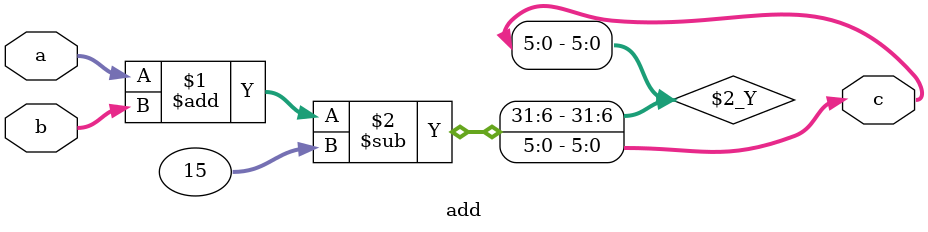
<source format=v>
`timescale 1ns / 1ps
module add(
    input [4:0] a,
    input [4:0] b,
    output [5:0] c
    );

assign c = a + b - 15 ;

endmodule

</source>
